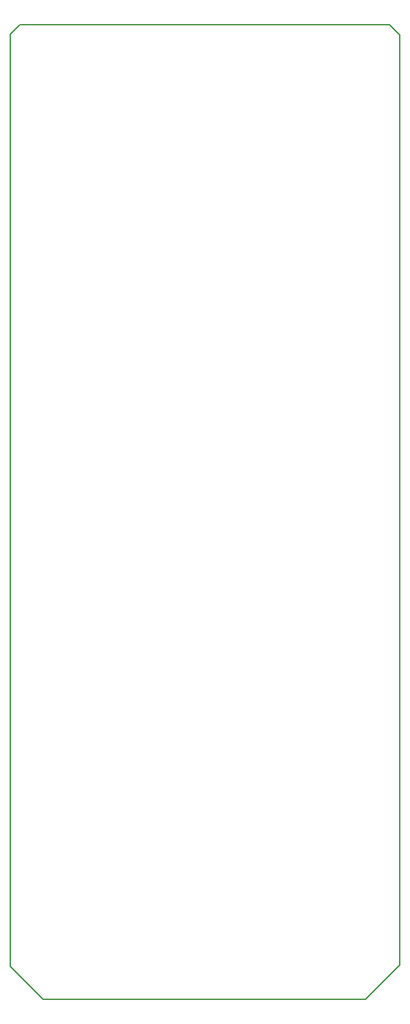
<source format=gbr>
G04 #@! TF.FileFunction,Profile,NP*
%FSLAX46Y46*%
G04 Gerber Fmt 4.6, Leading zero omitted, Abs format (unit mm)*
G04 Created by KiCad (PCBNEW 4.0.7-e2-6376~58~ubuntu16.04.1) date Sat Oct 21 15:52:31 2017*
%MOMM*%
%LPD*%
G01*
G04 APERTURE LIST*
%ADD10C,0.100000*%
%ADD11C,0.150000*%
G04 APERTURE END LIST*
D10*
D11*
X120015000Y-196215000D02*
X124206000Y-192024000D01*
X80137000Y-196215000D02*
X120015000Y-196215000D01*
X76073000Y-192151000D02*
X80137000Y-196215000D01*
X76073000Y-77089000D02*
X76073000Y-192151000D01*
X77216000Y-75946000D02*
X76073000Y-77089000D01*
X122936000Y-75946000D02*
X77216000Y-75946000D01*
X124206000Y-77216000D02*
X122936000Y-75946000D01*
X124206000Y-192024000D02*
X124206000Y-77216000D01*
M02*

</source>
